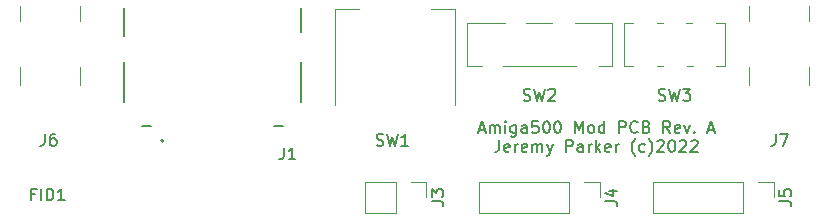
<source format=gto>
%TF.GenerationSoftware,KiCad,Pcbnew,(6.0.2)*%
%TF.CreationDate,2022-03-04T15:26:31-05:00*%
%TF.ProjectId,Amiga500 Mod PCB Rev A,416d6967-6135-4303-9020-4d6f64205043,rev?*%
%TF.SameCoordinates,Original*%
%TF.FileFunction,Legend,Top*%
%TF.FilePolarity,Positive*%
%FSLAX46Y46*%
G04 Gerber Fmt 4.6, Leading zero omitted, Abs format (unit mm)*
G04 Created by KiCad (PCBNEW (6.0.2)) date 2022-03-04 15:26:31*
%MOMM*%
%LPD*%
G01*
G04 APERTURE LIST*
%ADD10C,0.150000*%
%ADD11C,0.120000*%
%ADD12C,0.127000*%
%ADD13C,0.200000*%
G04 APERTURE END LIST*
D10*
X106379619Y-66392266D02*
X106855809Y-66392266D01*
X106284380Y-66677980D02*
X106617714Y-65677980D01*
X106951047Y-66677980D01*
X107284380Y-66677980D02*
X107284380Y-66011314D01*
X107284380Y-66106552D02*
X107332000Y-66058933D01*
X107427238Y-66011314D01*
X107570095Y-66011314D01*
X107665333Y-66058933D01*
X107712952Y-66154171D01*
X107712952Y-66677980D01*
X107712952Y-66154171D02*
X107760571Y-66058933D01*
X107855809Y-66011314D01*
X107998666Y-66011314D01*
X108093904Y-66058933D01*
X108141523Y-66154171D01*
X108141523Y-66677980D01*
X108617714Y-66677980D02*
X108617714Y-66011314D01*
X108617714Y-65677980D02*
X108570095Y-65725600D01*
X108617714Y-65773219D01*
X108665333Y-65725600D01*
X108617714Y-65677980D01*
X108617714Y-65773219D01*
X109522476Y-66011314D02*
X109522476Y-66820838D01*
X109474857Y-66916076D01*
X109427238Y-66963695D01*
X109332000Y-67011314D01*
X109189142Y-67011314D01*
X109093904Y-66963695D01*
X109522476Y-66630361D02*
X109427238Y-66677980D01*
X109236761Y-66677980D01*
X109141523Y-66630361D01*
X109093904Y-66582742D01*
X109046285Y-66487504D01*
X109046285Y-66201790D01*
X109093904Y-66106552D01*
X109141523Y-66058933D01*
X109236761Y-66011314D01*
X109427238Y-66011314D01*
X109522476Y-66058933D01*
X110427238Y-66677980D02*
X110427238Y-66154171D01*
X110379619Y-66058933D01*
X110284380Y-66011314D01*
X110093904Y-66011314D01*
X109998666Y-66058933D01*
X110427238Y-66630361D02*
X110332000Y-66677980D01*
X110093904Y-66677980D01*
X109998666Y-66630361D01*
X109951047Y-66535123D01*
X109951047Y-66439885D01*
X109998666Y-66344647D01*
X110093904Y-66297028D01*
X110332000Y-66297028D01*
X110427238Y-66249409D01*
X111379619Y-65677980D02*
X110903428Y-65677980D01*
X110855809Y-66154171D01*
X110903428Y-66106552D01*
X110998666Y-66058933D01*
X111236761Y-66058933D01*
X111332000Y-66106552D01*
X111379619Y-66154171D01*
X111427238Y-66249409D01*
X111427238Y-66487504D01*
X111379619Y-66582742D01*
X111332000Y-66630361D01*
X111236761Y-66677980D01*
X110998666Y-66677980D01*
X110903428Y-66630361D01*
X110855809Y-66582742D01*
X112046285Y-65677980D02*
X112141523Y-65677980D01*
X112236761Y-65725600D01*
X112284380Y-65773219D01*
X112332000Y-65868457D01*
X112379619Y-66058933D01*
X112379619Y-66297028D01*
X112332000Y-66487504D01*
X112284380Y-66582742D01*
X112236761Y-66630361D01*
X112141523Y-66677980D01*
X112046285Y-66677980D01*
X111951047Y-66630361D01*
X111903428Y-66582742D01*
X111855809Y-66487504D01*
X111808190Y-66297028D01*
X111808190Y-66058933D01*
X111855809Y-65868457D01*
X111903428Y-65773219D01*
X111951047Y-65725600D01*
X112046285Y-65677980D01*
X112998666Y-65677980D02*
X113093904Y-65677980D01*
X113189142Y-65725600D01*
X113236761Y-65773219D01*
X113284380Y-65868457D01*
X113332000Y-66058933D01*
X113332000Y-66297028D01*
X113284380Y-66487504D01*
X113236761Y-66582742D01*
X113189142Y-66630361D01*
X113093904Y-66677980D01*
X112998666Y-66677980D01*
X112903428Y-66630361D01*
X112855809Y-66582742D01*
X112808190Y-66487504D01*
X112760571Y-66297028D01*
X112760571Y-66058933D01*
X112808190Y-65868457D01*
X112855809Y-65773219D01*
X112903428Y-65725600D01*
X112998666Y-65677980D01*
X114522476Y-66677980D02*
X114522476Y-65677980D01*
X114855809Y-66392266D01*
X115189142Y-65677980D01*
X115189142Y-66677980D01*
X115808190Y-66677980D02*
X115712952Y-66630361D01*
X115665333Y-66582742D01*
X115617714Y-66487504D01*
X115617714Y-66201790D01*
X115665333Y-66106552D01*
X115712952Y-66058933D01*
X115808190Y-66011314D01*
X115951047Y-66011314D01*
X116046285Y-66058933D01*
X116093904Y-66106552D01*
X116141523Y-66201790D01*
X116141523Y-66487504D01*
X116093904Y-66582742D01*
X116046285Y-66630361D01*
X115951047Y-66677980D01*
X115808190Y-66677980D01*
X116998666Y-66677980D02*
X116998666Y-65677980D01*
X116998666Y-66630361D02*
X116903428Y-66677980D01*
X116712952Y-66677980D01*
X116617714Y-66630361D01*
X116570095Y-66582742D01*
X116522476Y-66487504D01*
X116522476Y-66201790D01*
X116570095Y-66106552D01*
X116617714Y-66058933D01*
X116712952Y-66011314D01*
X116903428Y-66011314D01*
X116998666Y-66058933D01*
X118236761Y-66677980D02*
X118236761Y-65677980D01*
X118617714Y-65677980D01*
X118712952Y-65725600D01*
X118760571Y-65773219D01*
X118808190Y-65868457D01*
X118808190Y-66011314D01*
X118760571Y-66106552D01*
X118712952Y-66154171D01*
X118617714Y-66201790D01*
X118236761Y-66201790D01*
X119808190Y-66582742D02*
X119760571Y-66630361D01*
X119617714Y-66677980D01*
X119522476Y-66677980D01*
X119379619Y-66630361D01*
X119284380Y-66535123D01*
X119236761Y-66439885D01*
X119189142Y-66249409D01*
X119189142Y-66106552D01*
X119236761Y-65916076D01*
X119284380Y-65820838D01*
X119379619Y-65725600D01*
X119522476Y-65677980D01*
X119617714Y-65677980D01*
X119760571Y-65725600D01*
X119808190Y-65773219D01*
X120570095Y-66154171D02*
X120712952Y-66201790D01*
X120760571Y-66249409D01*
X120808190Y-66344647D01*
X120808190Y-66487504D01*
X120760571Y-66582742D01*
X120712952Y-66630361D01*
X120617714Y-66677980D01*
X120236761Y-66677980D01*
X120236761Y-65677980D01*
X120570095Y-65677980D01*
X120665333Y-65725600D01*
X120712952Y-65773219D01*
X120760571Y-65868457D01*
X120760571Y-65963695D01*
X120712952Y-66058933D01*
X120665333Y-66106552D01*
X120570095Y-66154171D01*
X120236761Y-66154171D01*
X122570095Y-66677980D02*
X122236761Y-66201790D01*
X121998666Y-66677980D02*
X121998666Y-65677980D01*
X122379619Y-65677980D01*
X122474857Y-65725600D01*
X122522476Y-65773219D01*
X122570095Y-65868457D01*
X122570095Y-66011314D01*
X122522476Y-66106552D01*
X122474857Y-66154171D01*
X122379619Y-66201790D01*
X121998666Y-66201790D01*
X123379619Y-66630361D02*
X123284380Y-66677980D01*
X123093904Y-66677980D01*
X122998666Y-66630361D01*
X122951047Y-66535123D01*
X122951047Y-66154171D01*
X122998666Y-66058933D01*
X123093904Y-66011314D01*
X123284380Y-66011314D01*
X123379619Y-66058933D01*
X123427238Y-66154171D01*
X123427238Y-66249409D01*
X122951047Y-66344647D01*
X123760571Y-66011314D02*
X123998666Y-66677980D01*
X124236761Y-66011314D01*
X124617714Y-66582742D02*
X124665333Y-66630361D01*
X124617714Y-66677980D01*
X124570095Y-66630361D01*
X124617714Y-66582742D01*
X124617714Y-66677980D01*
X125808190Y-66392266D02*
X126284380Y-66392266D01*
X125712952Y-66677980D02*
X126046285Y-65677980D01*
X126379619Y-66677980D01*
X108093904Y-67287980D02*
X108093904Y-68002266D01*
X108046285Y-68145123D01*
X107951047Y-68240361D01*
X107808190Y-68287980D01*
X107712952Y-68287980D01*
X108951047Y-68240361D02*
X108855809Y-68287980D01*
X108665333Y-68287980D01*
X108570095Y-68240361D01*
X108522476Y-68145123D01*
X108522476Y-67764171D01*
X108570095Y-67668933D01*
X108665333Y-67621314D01*
X108855809Y-67621314D01*
X108951047Y-67668933D01*
X108998666Y-67764171D01*
X108998666Y-67859409D01*
X108522476Y-67954647D01*
X109427238Y-68287980D02*
X109427238Y-67621314D01*
X109427238Y-67811790D02*
X109474857Y-67716552D01*
X109522476Y-67668933D01*
X109617714Y-67621314D01*
X109712952Y-67621314D01*
X110427238Y-68240361D02*
X110332000Y-68287980D01*
X110141523Y-68287980D01*
X110046285Y-68240361D01*
X109998666Y-68145123D01*
X109998666Y-67764171D01*
X110046285Y-67668933D01*
X110141523Y-67621314D01*
X110332000Y-67621314D01*
X110427238Y-67668933D01*
X110474857Y-67764171D01*
X110474857Y-67859409D01*
X109998666Y-67954647D01*
X110903428Y-68287980D02*
X110903428Y-67621314D01*
X110903428Y-67716552D02*
X110951047Y-67668933D01*
X111046285Y-67621314D01*
X111189142Y-67621314D01*
X111284380Y-67668933D01*
X111332000Y-67764171D01*
X111332000Y-68287980D01*
X111332000Y-67764171D02*
X111379619Y-67668933D01*
X111474857Y-67621314D01*
X111617714Y-67621314D01*
X111712952Y-67668933D01*
X111760571Y-67764171D01*
X111760571Y-68287980D01*
X112141523Y-67621314D02*
X112379619Y-68287980D01*
X112617714Y-67621314D02*
X112379619Y-68287980D01*
X112284380Y-68526076D01*
X112236761Y-68573695D01*
X112141523Y-68621314D01*
X113760571Y-68287980D02*
X113760571Y-67287980D01*
X114141523Y-67287980D01*
X114236761Y-67335600D01*
X114284380Y-67383219D01*
X114332000Y-67478457D01*
X114332000Y-67621314D01*
X114284380Y-67716552D01*
X114236761Y-67764171D01*
X114141523Y-67811790D01*
X113760571Y-67811790D01*
X115189142Y-68287980D02*
X115189142Y-67764171D01*
X115141523Y-67668933D01*
X115046285Y-67621314D01*
X114855809Y-67621314D01*
X114760571Y-67668933D01*
X115189142Y-68240361D02*
X115093904Y-68287980D01*
X114855809Y-68287980D01*
X114760571Y-68240361D01*
X114712952Y-68145123D01*
X114712952Y-68049885D01*
X114760571Y-67954647D01*
X114855809Y-67907028D01*
X115093904Y-67907028D01*
X115189142Y-67859409D01*
X115665333Y-68287980D02*
X115665333Y-67621314D01*
X115665333Y-67811790D02*
X115712952Y-67716552D01*
X115760571Y-67668933D01*
X115855809Y-67621314D01*
X115951047Y-67621314D01*
X116284380Y-68287980D02*
X116284380Y-67287980D01*
X116379619Y-67907028D02*
X116665333Y-68287980D01*
X116665333Y-67621314D02*
X116284380Y-68002266D01*
X117474857Y-68240361D02*
X117379619Y-68287980D01*
X117189142Y-68287980D01*
X117093904Y-68240361D01*
X117046285Y-68145123D01*
X117046285Y-67764171D01*
X117093904Y-67668933D01*
X117189142Y-67621314D01*
X117379619Y-67621314D01*
X117474857Y-67668933D01*
X117522476Y-67764171D01*
X117522476Y-67859409D01*
X117046285Y-67954647D01*
X117951047Y-68287980D02*
X117951047Y-67621314D01*
X117951047Y-67811790D02*
X117998666Y-67716552D01*
X118046285Y-67668933D01*
X118141523Y-67621314D01*
X118236761Y-67621314D01*
X119617714Y-68668933D02*
X119570095Y-68621314D01*
X119474857Y-68478457D01*
X119427238Y-68383219D01*
X119379619Y-68240361D01*
X119332000Y-68002266D01*
X119332000Y-67811790D01*
X119379619Y-67573695D01*
X119427238Y-67430838D01*
X119474857Y-67335600D01*
X119570095Y-67192742D01*
X119617714Y-67145123D01*
X120427238Y-68240361D02*
X120332000Y-68287980D01*
X120141523Y-68287980D01*
X120046285Y-68240361D01*
X119998666Y-68192742D01*
X119951047Y-68097504D01*
X119951047Y-67811790D01*
X119998666Y-67716552D01*
X120046285Y-67668933D01*
X120141523Y-67621314D01*
X120332000Y-67621314D01*
X120427238Y-67668933D01*
X120760571Y-68668933D02*
X120808190Y-68621314D01*
X120903428Y-68478457D01*
X120951047Y-68383219D01*
X120998666Y-68240361D01*
X121046285Y-68002266D01*
X121046285Y-67811790D01*
X120998666Y-67573695D01*
X120951047Y-67430838D01*
X120903428Y-67335600D01*
X120808190Y-67192742D01*
X120760571Y-67145123D01*
X121474857Y-67383219D02*
X121522476Y-67335600D01*
X121617714Y-67287980D01*
X121855809Y-67287980D01*
X121951047Y-67335600D01*
X121998666Y-67383219D01*
X122046285Y-67478457D01*
X122046285Y-67573695D01*
X121998666Y-67716552D01*
X121427238Y-68287980D01*
X122046285Y-68287980D01*
X122665333Y-67287980D02*
X122760571Y-67287980D01*
X122855809Y-67335600D01*
X122903428Y-67383219D01*
X122951047Y-67478457D01*
X122998666Y-67668933D01*
X122998666Y-67907028D01*
X122951047Y-68097504D01*
X122903428Y-68192742D01*
X122855809Y-68240361D01*
X122760571Y-68287980D01*
X122665333Y-68287980D01*
X122570095Y-68240361D01*
X122522476Y-68192742D01*
X122474857Y-68097504D01*
X122427238Y-67907028D01*
X122427238Y-67668933D01*
X122474857Y-67478457D01*
X122522476Y-67383219D01*
X122570095Y-67335600D01*
X122665333Y-67287980D01*
X123379619Y-67383219D02*
X123427238Y-67335600D01*
X123522476Y-67287980D01*
X123760571Y-67287980D01*
X123855809Y-67335600D01*
X123903428Y-67383219D01*
X123951047Y-67478457D01*
X123951047Y-67573695D01*
X123903428Y-67716552D01*
X123332000Y-68287980D01*
X123951047Y-68287980D01*
X124332000Y-67383219D02*
X124379619Y-67335600D01*
X124474857Y-67287980D01*
X124712952Y-67287980D01*
X124808190Y-67335600D01*
X124855809Y-67383219D01*
X124903428Y-67478457D01*
X124903428Y-67573695D01*
X124855809Y-67716552D01*
X124284380Y-68287980D01*
X124903428Y-68287980D01*
%TO.C,SW2*%
X110172666Y-63904761D02*
X110315523Y-63952380D01*
X110553619Y-63952380D01*
X110648857Y-63904761D01*
X110696476Y-63857142D01*
X110744095Y-63761904D01*
X110744095Y-63666666D01*
X110696476Y-63571428D01*
X110648857Y-63523809D01*
X110553619Y-63476190D01*
X110363142Y-63428571D01*
X110267904Y-63380952D01*
X110220285Y-63333333D01*
X110172666Y-63238095D01*
X110172666Y-63142857D01*
X110220285Y-63047619D01*
X110267904Y-63000000D01*
X110363142Y-62952380D01*
X110601238Y-62952380D01*
X110744095Y-63000000D01*
X111077428Y-62952380D02*
X111315523Y-63952380D01*
X111506000Y-63238095D01*
X111696476Y-63952380D01*
X111934571Y-62952380D01*
X112267904Y-63047619D02*
X112315523Y-63000000D01*
X112410761Y-62952380D01*
X112648857Y-62952380D01*
X112744095Y-63000000D01*
X112791714Y-63047619D01*
X112839333Y-63142857D01*
X112839333Y-63238095D01*
X112791714Y-63380952D01*
X112220285Y-63952380D01*
X112839333Y-63952380D01*
%TO.C,FID1*%
X68778571Y-71874071D02*
X68445238Y-71874071D01*
X68445238Y-72397880D02*
X68445238Y-71397880D01*
X68921428Y-71397880D01*
X69302380Y-72397880D02*
X69302380Y-71397880D01*
X69778571Y-72397880D02*
X69778571Y-71397880D01*
X70016666Y-71397880D01*
X70159523Y-71445500D01*
X70254761Y-71540738D01*
X70302380Y-71635976D01*
X70350000Y-71826452D01*
X70350000Y-71969309D01*
X70302380Y-72159785D01*
X70254761Y-72255023D01*
X70159523Y-72350261D01*
X70016666Y-72397880D01*
X69778571Y-72397880D01*
X71302380Y-72397880D02*
X70730952Y-72397880D01*
X71016666Y-72397880D02*
X71016666Y-71397880D01*
X70921428Y-71540738D01*
X70826190Y-71635976D01*
X70730952Y-71683595D01*
%TO.C,J1*%
X89836666Y-67922380D02*
X89836666Y-68636666D01*
X89789047Y-68779523D01*
X89693809Y-68874761D01*
X89550952Y-68922380D01*
X89455714Y-68922380D01*
X90836666Y-68922380D02*
X90265238Y-68922380D01*
X90550952Y-68922380D02*
X90550952Y-67922380D01*
X90455714Y-68065238D01*
X90360476Y-68160476D01*
X90265238Y-68208095D01*
%TO.C,J7*%
X131492666Y-66762380D02*
X131492666Y-67476666D01*
X131445047Y-67619523D01*
X131349809Y-67714761D01*
X131206952Y-67762380D01*
X131111714Y-67762380D01*
X131873619Y-66762380D02*
X132540285Y-66762380D01*
X132111714Y-67762380D01*
%TO.C,J6*%
X69618266Y-66762380D02*
X69618266Y-67476666D01*
X69570647Y-67619523D01*
X69475409Y-67714761D01*
X69332552Y-67762380D01*
X69237314Y-67762380D01*
X70523028Y-66762380D02*
X70332552Y-66762380D01*
X70237314Y-66810000D01*
X70189695Y-66857619D01*
X70094457Y-67000476D01*
X70046838Y-67190952D01*
X70046838Y-67571904D01*
X70094457Y-67667142D01*
X70142076Y-67714761D01*
X70237314Y-67762380D01*
X70427790Y-67762380D01*
X70523028Y-67714761D01*
X70570647Y-67667142D01*
X70618266Y-67571904D01*
X70618266Y-67333809D01*
X70570647Y-67238571D01*
X70523028Y-67190952D01*
X70427790Y-67143333D01*
X70237314Y-67143333D01*
X70142076Y-67190952D01*
X70094457Y-67238571D01*
X70046838Y-67333809D01*
%TO.C,J3*%
X102371380Y-72469333D02*
X103085666Y-72469333D01*
X103228523Y-72516952D01*
X103323761Y-72612190D01*
X103371380Y-72755047D01*
X103371380Y-72850285D01*
X102371380Y-72088380D02*
X102371380Y-71469333D01*
X102752333Y-71802666D01*
X102752333Y-71659809D01*
X102799952Y-71564571D01*
X102847571Y-71516952D01*
X102942809Y-71469333D01*
X103180904Y-71469333D01*
X103276142Y-71516952D01*
X103323761Y-71564571D01*
X103371380Y-71659809D01*
X103371380Y-71945523D01*
X103323761Y-72040761D01*
X103276142Y-72088380D01*
%TO.C,SW1*%
X97726666Y-67714761D02*
X97869523Y-67762380D01*
X98107619Y-67762380D01*
X98202857Y-67714761D01*
X98250476Y-67667142D01*
X98298095Y-67571904D01*
X98298095Y-67476666D01*
X98250476Y-67381428D01*
X98202857Y-67333809D01*
X98107619Y-67286190D01*
X97917142Y-67238571D01*
X97821904Y-67190952D01*
X97774285Y-67143333D01*
X97726666Y-67048095D01*
X97726666Y-66952857D01*
X97774285Y-66857619D01*
X97821904Y-66810000D01*
X97917142Y-66762380D01*
X98155238Y-66762380D01*
X98298095Y-66810000D01*
X98631428Y-66762380D02*
X98869523Y-67762380D01*
X99060000Y-67048095D01*
X99250476Y-67762380D01*
X99488571Y-66762380D01*
X100393333Y-67762380D02*
X99821904Y-67762380D01*
X100107619Y-67762380D02*
X100107619Y-66762380D01*
X100012380Y-66905238D01*
X99917142Y-67000476D01*
X99821904Y-67048095D01*
%TO.C,J5*%
X131820380Y-72469333D02*
X132534666Y-72469333D01*
X132677523Y-72516952D01*
X132772761Y-72612190D01*
X132820380Y-72755047D01*
X132820380Y-72850285D01*
X131820380Y-71516952D02*
X131820380Y-71993142D01*
X132296571Y-72040761D01*
X132248952Y-71993142D01*
X132201333Y-71897904D01*
X132201333Y-71659809D01*
X132248952Y-71564571D01*
X132296571Y-71516952D01*
X132391809Y-71469333D01*
X132629904Y-71469333D01*
X132725142Y-71516952D01*
X132772761Y-71564571D01*
X132820380Y-71659809D01*
X132820380Y-71897904D01*
X132772761Y-71993142D01*
X132725142Y-72040761D01*
%TO.C,SW3*%
X121602666Y-63904761D02*
X121745523Y-63952380D01*
X121983619Y-63952380D01*
X122078857Y-63904761D01*
X122126476Y-63857142D01*
X122174095Y-63761904D01*
X122174095Y-63666666D01*
X122126476Y-63571428D01*
X122078857Y-63523809D01*
X121983619Y-63476190D01*
X121793142Y-63428571D01*
X121697904Y-63380952D01*
X121650285Y-63333333D01*
X121602666Y-63238095D01*
X121602666Y-63142857D01*
X121650285Y-63047619D01*
X121697904Y-63000000D01*
X121793142Y-62952380D01*
X122031238Y-62952380D01*
X122174095Y-63000000D01*
X122507428Y-62952380D02*
X122745523Y-63952380D01*
X122936000Y-63238095D01*
X123126476Y-63952380D01*
X123364571Y-62952380D01*
X123650285Y-62952380D02*
X124269333Y-62952380D01*
X123936000Y-63333333D01*
X124078857Y-63333333D01*
X124174095Y-63380952D01*
X124221714Y-63428571D01*
X124269333Y-63523809D01*
X124269333Y-63761904D01*
X124221714Y-63857142D01*
X124174095Y-63904761D01*
X124078857Y-63952380D01*
X123793142Y-63952380D01*
X123697904Y-63904761D01*
X123650285Y-63857142D01*
%TO.C,J4*%
X117088380Y-72469333D02*
X117802666Y-72469333D01*
X117945523Y-72516952D01*
X118040761Y-72612190D01*
X118088380Y-72755047D01*
X118088380Y-72850285D01*
X117421714Y-71564571D02*
X118088380Y-71564571D01*
X117040761Y-71802666D02*
X117755047Y-72040761D01*
X117755047Y-71421714D01*
D11*
%TO.C,SW2*%
X108406000Y-60982000D02*
X114606000Y-60982000D01*
X105406000Y-60982000D02*
X106606000Y-60982000D01*
X117606000Y-60982000D02*
X117606000Y-57382000D01*
X105406000Y-57382000D02*
X105406000Y-60982000D01*
X110506000Y-57382000D02*
X110406000Y-57382000D01*
X112606000Y-57382000D02*
X110506000Y-57382000D01*
X117606000Y-57382000D02*
X114506000Y-57382000D01*
X116506000Y-60982000D02*
X117606000Y-60982000D01*
X108606000Y-57382000D02*
X105406000Y-57382000D01*
D12*
%TO.C,J1*%
X76320000Y-64065000D02*
X76320000Y-60705000D01*
X76320000Y-58464000D02*
X76320000Y-56134000D01*
X77840000Y-66085000D02*
X78610000Y-66085000D01*
X91320000Y-58165000D02*
X91320000Y-56134000D01*
X91320000Y-64065000D02*
X91320000Y-60705000D01*
X89030000Y-66085000D02*
X89800000Y-66085000D01*
D13*
X79670000Y-67335000D02*
G75*
G03*
X79670000Y-67335000I-100000J0D01*
G01*
D11*
%TO.C,J7*%
X134366000Y-62653700D02*
X134366000Y-61129700D01*
X129286000Y-57192700D02*
X129286000Y-55922700D01*
X129286000Y-62653700D02*
X129286000Y-61129700D01*
X134366000Y-57192700D02*
X134366000Y-55922700D01*
%TO.C,J6*%
X67564000Y-57192700D02*
X67564000Y-55922700D01*
X67564000Y-62653700D02*
X67564000Y-61129700D01*
X72644000Y-62653700D02*
X72644000Y-61129700D01*
X72644000Y-57192700D02*
X72644000Y-55922700D01*
%TO.C,J3*%
X100589000Y-70806000D02*
X101919000Y-70806000D01*
X99319000Y-70806000D02*
X99319000Y-73466000D01*
X96719000Y-70806000D02*
X96719000Y-73466000D01*
X99319000Y-73466000D02*
X96719000Y-73466000D01*
X99319000Y-70806000D02*
X96719000Y-70806000D01*
X101919000Y-70806000D02*
X101919000Y-72136000D01*
%TO.C,SW1*%
X104394000Y-56164000D02*
X102362000Y-56164000D01*
X104394000Y-64292000D02*
X104394000Y-56164000D01*
X94234000Y-64292000D02*
X94234000Y-56164000D01*
X94234000Y-56164000D02*
X96266000Y-56164000D01*
%TO.C,J5*%
X131368000Y-70806000D02*
X131368000Y-72136000D01*
X128768000Y-70806000D02*
X121088000Y-70806000D01*
X128768000Y-70806000D02*
X128768000Y-73466000D01*
X128768000Y-73466000D02*
X121088000Y-73466000D01*
X130038000Y-70806000D02*
X131368000Y-70806000D01*
X121088000Y-70806000D02*
X121088000Y-73466000D01*
%TO.C,SW3*%
X127236000Y-60982000D02*
X127236000Y-57382000D01*
X124436000Y-57382000D02*
X123936000Y-57382000D01*
X118636000Y-57382000D02*
X118636000Y-60982000D01*
X126436000Y-60982000D02*
X127236000Y-60982000D01*
X124486000Y-60982000D02*
X123986000Y-60982000D01*
X121936000Y-57382000D02*
X121436000Y-57382000D01*
X118636000Y-57382000D02*
X119436000Y-57382000D01*
X118636000Y-60982000D02*
X119436000Y-60982000D01*
X121986000Y-60982000D02*
X121486000Y-60982000D01*
X127236000Y-57382000D02*
X126436000Y-57382000D01*
%TO.C,J4*%
X116636000Y-70806000D02*
X116636000Y-72136000D01*
X115306000Y-70806000D02*
X116636000Y-70806000D01*
X114036000Y-70806000D02*
X106356000Y-70806000D01*
X114036000Y-73466000D02*
X106356000Y-73466000D01*
X114036000Y-70806000D02*
X114036000Y-73466000D01*
X106356000Y-70806000D02*
X106356000Y-73466000D01*
%TD*%
M02*

</source>
